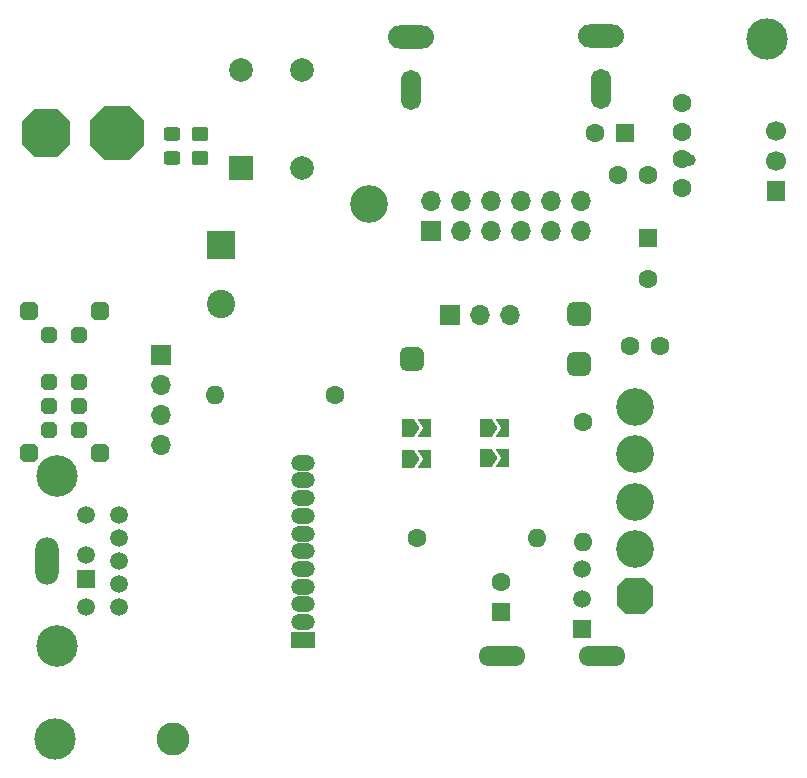
<source format=gts>
%TF.GenerationSoftware,KiCad,Pcbnew,(6.0.1)*%
%TF.CreationDate,2022-03-13T01:10:21-07:00*%
%TF.ProjectId,Power PCB Ver C -  TH - RF is 9 Pin Genesis Port V2,506f7765-7220-4504-9342-205665722043,rev?*%
%TF.SameCoordinates,Original*%
%TF.FileFunction,Soldermask,Top*%
%TF.FilePolarity,Negative*%
%FSLAX46Y46*%
G04 Gerber Fmt 4.6, Leading zero omitted, Abs format (unit mm)*
G04 Created by KiCad (PCBNEW (6.0.1)) date 2022-03-13 01:10:21*
%MOMM*%
%LPD*%
G01*
G04 APERTURE LIST*
G04 Aperture macros list*
%AMRoundRect*
0 Rectangle with rounded corners*
0 $1 Rounding radius*
0 $2 $3 $4 $5 $6 $7 $8 $9 X,Y pos of 4 corners*
0 Add a 4 corners polygon primitive as box body*
4,1,4,$2,$3,$4,$5,$6,$7,$8,$9,$2,$3,0*
0 Add four circle primitives for the rounded corners*
1,1,$1+$1,$2,$3*
1,1,$1+$1,$4,$5*
1,1,$1+$1,$6,$7*
1,1,$1+$1,$8,$9*
0 Add four rect primitives between the rounded corners*
20,1,$1+$1,$2,$3,$4,$5,0*
20,1,$1+$1,$4,$5,$6,$7,0*
20,1,$1+$1,$6,$7,$8,$9,0*
20,1,$1+$1,$8,$9,$2,$3,0*%
%AMOutline5P*
0 Free polygon, 5 corners , with rotation*
0 The origin of the aperture is its center*
0 number of corners: always 5*
0 $1 to $10 corner X, Y*
0 $11 Rotation angle, in degrees counterclockwise*
0 create outline with 5 corners*
4,1,5,$1,$2,$3,$4,$5,$6,$7,$8,$9,$10,$1,$2,$11*%
%AMOutline6P*
0 Free polygon, 6 corners , with rotation*
0 The origin of the aperture is its center*
0 number of corners: always 6*
0 $1 to $12 corner X, Y*
0 $13 Rotation angle, in degrees counterclockwise*
0 create outline with 6 corners*
4,1,6,$1,$2,$3,$4,$5,$6,$7,$8,$9,$10,$11,$12,$1,$2,$13*%
%AMOutline7P*
0 Free polygon, 7 corners , with rotation*
0 The origin of the aperture is its center*
0 number of corners: always 7*
0 $1 to $14 corner X, Y*
0 $15 Rotation angle, in degrees counterclockwise*
0 create outline with 7 corners*
4,1,7,$1,$2,$3,$4,$5,$6,$7,$8,$9,$10,$11,$12,$13,$14,$1,$2,$15*%
%AMOutline8P*
0 Free polygon, 8 corners , with rotation*
0 The origin of the aperture is its center*
0 number of corners: always 8*
0 $1 to $16 corner X, Y*
0 $17 Rotation angle, in degrees counterclockwise*
0 create outline with 8 corners*
4,1,8,$1,$2,$3,$4,$5,$6,$7,$8,$9,$10,$11,$12,$13,$14,$15,$16,$1,$2,$17*%
%AMFreePoly0*
4,1,6,1.000000,0.000000,0.500000,-0.750000,-0.500000,-0.750000,-0.500000,0.750000,0.500000,0.750000,1.000000,0.000000,1.000000,0.000000,$1*%
%AMFreePoly1*
4,1,6,0.500000,-0.750000,-0.650000,-0.750000,-0.150000,0.000000,-0.650000,0.750000,0.500000,0.750000,0.500000,-0.750000,0.500000,-0.750000,$1*%
G04 Aperture macros list end*
%ADD10RoundRect,0.500000X-0.500000X-0.500000X0.500000X-0.500000X0.500000X0.500000X-0.500000X0.500000X0*%
%ADD11R,1.599997X1.700000*%
%ADD12C,1.700000*%
%ADD13R,1.700000X1.700000*%
%ADD14O,1.700000X1.700000*%
%ADD15Outline8P,-2.250000X1.125000X-1.125000X2.250000X1.125000X2.250000X2.250000X1.125000X2.250000X-1.125000X1.125000X-2.250000X-1.125000X-2.250000X-2.250000X-1.125000X0.000000*%
%ADD16Outline8P,-2.000000X1.000000X-1.000000X2.000000X1.000000X2.000000X2.000000X1.000000X2.000000X-1.000000X1.000000X-2.000000X-1.000000X-2.000000X-2.000000X-1.000000X0.000000*%
%ADD17FreePoly0,0.000000*%
%ADD18FreePoly1,0.000000*%
%ADD19R,2.000000X1.350000*%
%ADD20O,2.000000X1.350000*%
%ADD21R,1.508000X1.508000*%
%ADD22C,1.508000*%
%ADD23C,3.516000*%
%ADD24O,2.000000X4.000000*%
%ADD25R,1.500000X1.500000*%
%ADD26C,1.500000*%
%ADD27RoundRect,0.250000X0.450000X-0.350000X0.450000X0.350000X-0.450000X0.350000X-0.450000X-0.350000X0*%
%ADD28R,1.600000X1.600000*%
%ADD29C,1.600000*%
%ADD30C,1.000000*%
%ADD31O,1.600000X1.600000*%
%ADD32R,2.000000X2.000000*%
%ADD33C,2.000000*%
%ADD34O,3.900000X1.950000*%
%ADD35O,1.700000X3.400000*%
%ADD36C,3.500000*%
%ADD37O,4.000000X1.700000*%
%ADD38C,3.200000*%
%ADD39Outline8P,-1.550000X0.775000X-0.775000X1.550000X0.775000X1.550000X1.550000X0.775000X1.550000X-0.775000X0.775000X-1.550000X-0.775000X-1.550000X-1.550000X-0.775000X90.000000*%
%ADD40R,2.400000X2.400000*%
%ADD41C,2.400000*%
%ADD42C,2.800000*%
%ADD43Outline8P,-0.700000X0.350000X-0.350000X0.700000X0.350000X0.700000X0.700000X0.350000X0.700000X-0.350000X0.350000X-0.700000X-0.350000X-0.700000X-0.700000X-0.350000X270.000000*%
%ADD44Outline8P,-0.800000X0.400000X-0.400000X0.800000X0.400000X0.800000X0.800000X0.400000X0.800000X-0.400000X0.400000X-0.800000X-0.400000X-0.800000X-0.800000X-0.400000X270.000000*%
%ADD45Outline8P,-0.800000X0.400000X-0.400000X0.800000X0.400000X0.800000X0.800000X0.400000X0.800000X-0.400000X0.400000X-0.800000X-0.400000X-0.800000X-0.800000X-0.400000X90.000000*%
%ADD46RoundRect,0.250000X-0.450000X0.325000X-0.450000X-0.325000X0.450000X-0.325000X0.450000X0.325000X0*%
G04 APERTURE END LIST*
D10*
%TO.C,J12*%
X150376100Y-104243600D03*
%TD*%
D11*
%TO.C,U1*%
X181226100Y-90033600D03*
D12*
X181226100Y-87493600D03*
X181226100Y-84953600D03*
%TD*%
D10*
%TO.C,J10*%
X164526100Y-104643600D03*
%TD*%
D13*
%TO.C,J6*%
X151976100Y-93418600D03*
D14*
X151976100Y-90878600D03*
X154516100Y-93418600D03*
X154516100Y-90878600D03*
X157056100Y-93418600D03*
X157056100Y-90878600D03*
X159596100Y-93418600D03*
X159596100Y-90878600D03*
X162136100Y-93418600D03*
X162136100Y-90878600D03*
X164676100Y-93418600D03*
X164676100Y-90878600D03*
%TD*%
D15*
%TO.C,J1*%
X125426102Y-85113598D03*
D16*
X119426100Y-85113598D03*
%TD*%
D17*
%TO.C,RJV-EXT1*%
X150029850Y-110078600D03*
D18*
X151479850Y-110078600D03*
%TD*%
D13*
%TO.C,J4*%
X129126100Y-103893600D03*
D14*
X129126100Y-106433600D03*
X129126100Y-108973600D03*
X129126100Y-111513600D03*
%TD*%
D10*
%TO.C,J11*%
X164526100Y-100393600D03*
%TD*%
D19*
%TO.C,J3*%
X141126100Y-128018600D03*
D20*
X141126100Y-126518600D03*
X141126100Y-125018600D03*
X141126100Y-123518600D03*
X141126100Y-122018600D03*
X141126100Y-120518600D03*
X141126100Y-119018600D03*
X141126100Y-117518600D03*
X141126100Y-116018600D03*
X141126100Y-114518600D03*
X141126100Y-113018600D03*
%TD*%
D21*
%TO.C,J20*%
X122802100Y-122827600D03*
D22*
X122802100Y-120827600D03*
X122802100Y-125227600D03*
X125602100Y-123277600D03*
X125602100Y-121327600D03*
X122802100Y-117427600D03*
X125602100Y-125227600D03*
X125602100Y-119377600D03*
X125602100Y-117427600D03*
D23*
X120352100Y-128552600D03*
X120352100Y-114102600D03*
D24*
X119452100Y-121327600D03*
%TD*%
D13*
%TO.C,J16*%
X153586100Y-100493600D03*
D14*
X156126100Y-100493600D03*
X158666100Y-100493600D03*
%TD*%
D25*
%TO.C,Q1*%
X164736100Y-127133600D03*
D26*
X164736100Y-124593600D03*
X164736100Y-122053600D03*
%TD*%
D27*
%TO.C,R5*%
X132456100Y-87203600D03*
X132456100Y-85203600D03*
%TD*%
D28*
%TO.C,C8*%
X157926100Y-125643600D03*
D29*
X157926100Y-123143600D03*
%TD*%
D30*
%TO.C,REF\u002A\u002A*%
X173876100Y-87393600D03*
%TD*%
D29*
%TO.C,R6*%
X143836100Y-107303600D03*
D31*
X133676100Y-107303600D03*
%TD*%
D32*
%TO.C,D1*%
X135926100Y-88036100D03*
D33*
X141026100Y-88036100D03*
X141026100Y-79786100D03*
X135926100Y-79786100D03*
%TD*%
D34*
%TO.C,J17*%
X166418100Y-76877600D03*
D35*
X166418100Y-81377600D03*
%TD*%
D29*
%TO.C,C5*%
X173226100Y-82543600D03*
X173226100Y-85043600D03*
%TD*%
D36*
%TO.C,*%
X180476100Y-77113600D03*
%TD*%
D37*
%TO.C,J13*%
X158026100Y-129393600D03*
%TD*%
D36*
%TO.C,*%
X120126100Y-136393600D03*
%TD*%
D38*
%TO.C,J2*%
X169226100Y-116313600D03*
X169226100Y-108313600D03*
X169226100Y-120313600D03*
X169226100Y-112313597D03*
D39*
X169226100Y-124313600D03*
%TD*%
D17*
%TO.C,RJA-EXT1*%
X156644850Y-110058600D03*
D18*
X158094850Y-110058600D03*
%TD*%
D28*
%TO.C,C7*%
X168401100Y-85143600D03*
D29*
X165901100Y-85143600D03*
%TD*%
D38*
%TO.C,GND*%
X146756100Y-91113600D03*
%TD*%
D17*
%TO.C,RJA-INT1*%
X156644850Y-112658600D03*
D18*
X158094850Y-112658600D03*
%TD*%
D40*
%TO.C,C1*%
X134226100Y-94569641D03*
D41*
X134226100Y-99569641D03*
%TD*%
D42*
%TO.C,*%
X130126100Y-136393600D03*
%TD*%
D28*
%TO.C,C3*%
X170376100Y-93990949D03*
D29*
X170376100Y-97490949D03*
%TD*%
%TO.C,C2*%
X171376100Y-103143600D03*
X168876100Y-103143600D03*
%TD*%
D34*
%TO.C,J18*%
X150272100Y-76971600D03*
D35*
X150272100Y-81471600D03*
%TD*%
D29*
%TO.C,C6*%
X170326100Y-88643600D03*
X167826100Y-88643600D03*
%TD*%
%TO.C,C4*%
X173226100Y-87293600D03*
X173226100Y-89793600D03*
%TD*%
D17*
%TO.C,RJV-INT1*%
X150029850Y-112678600D03*
D18*
X151479850Y-112678600D03*
%TD*%
D29*
%TO.C,R2*%
X164876100Y-109563600D03*
D31*
X164876100Y-119723600D03*
%TD*%
D29*
%TO.C,R4*%
X150846100Y-119393600D03*
D31*
X161006100Y-119393600D03*
%TD*%
D37*
%TO.C,J13*%
X166426100Y-129393600D03*
%TD*%
D43*
%TO.C,SW1*%
X122176100Y-102213600D03*
X119676100Y-106213600D03*
X119676100Y-108213600D03*
X119676100Y-110213600D03*
X122176100Y-106213600D03*
X122176100Y-108213600D03*
X122176100Y-110213600D03*
X119676100Y-102213600D03*
D44*
X117926100Y-100213600D03*
D45*
X117926100Y-112213600D03*
X123926100Y-112213600D03*
D44*
X123926100Y-100213600D03*
%TD*%
D46*
%TO.C,D3*%
X130036100Y-85178600D03*
X130036100Y-87228600D03*
%TD*%
M02*

</source>
